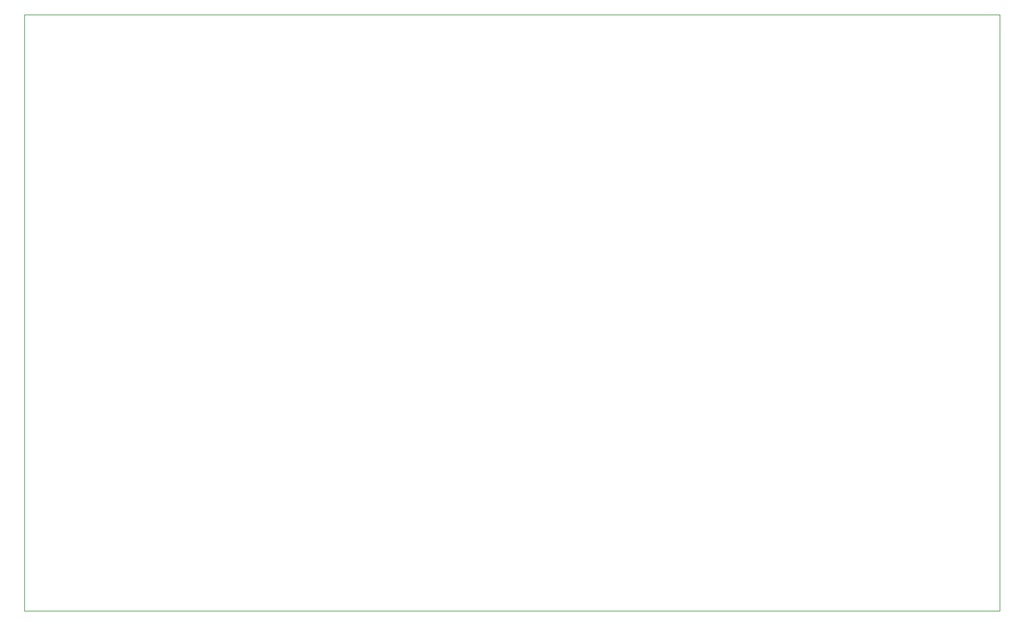
<source format=gbr>
%TF.GenerationSoftware,KiCad,Pcbnew,9.0.3*%
%TF.CreationDate,2025-11-14T19:54:21+01:00*%
%TF.ProjectId,ESPhome_greenhouse_controller,45535068-6f6d-4655-9f67-7265656e686f,rev?*%
%TF.SameCoordinates,Original*%
%TF.FileFunction,Profile,NP*%
%FSLAX46Y46*%
G04 Gerber Fmt 4.6, Leading zero omitted, Abs format (unit mm)*
G04 Created by KiCad (PCBNEW 9.0.3) date 2025-11-14 19:54:21*
%MOMM*%
%LPD*%
G01*
G04 APERTURE LIST*
%TA.AperFunction,Profile*%
%ADD10C,0.050000*%
%TD*%
G04 APERTURE END LIST*
D10*
%TO.C,MOD1*%
X87200000Y-68475000D02*
X87200000Y-151425000D01*
X87200000Y-68475000D02*
X222900000Y-68450000D01*
X87200000Y-151425000D02*
X222900000Y-151400000D01*
X222900000Y-68450000D02*
X222900000Y-151400000D01*
%TD*%
M02*

</source>
